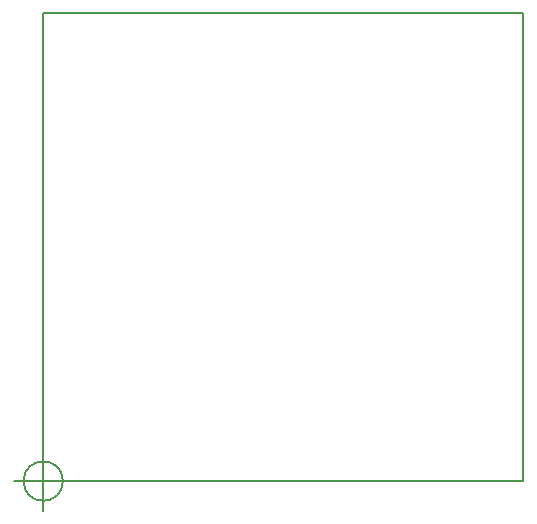
<source format=gbr>
G04 #@! TF.FileFunction,Profile,NP*
%FSLAX46Y46*%
G04 Gerber Fmt 4.6, Leading zero omitted, Abs format (unit mm)*
G04 Created by KiCad (PCBNEW 4.0.2-stable) date Monday, September 10, 2018 'AMt' 08:27:29 AM*
%MOMM*%
G01*
G04 APERTURE LIST*
%ADD10C,0.050000*%
%ADD11C,0.150000*%
G04 APERTURE END LIST*
D10*
D11*
X142240000Y-101600000D02*
X101600000Y-101600000D01*
X142240000Y-61976000D02*
X142240000Y-101600000D01*
X101600000Y-61976000D02*
X142240000Y-61976000D01*
X101600000Y-101600000D02*
X101600000Y-61976000D01*
X103266666Y-101600000D02*
G75*
G03X103266666Y-101600000I-1666666J0D01*
G01*
X99100000Y-101600000D02*
X104100000Y-101600000D01*
X101600000Y-99100000D02*
X101600000Y-104100000D01*
M02*

</source>
